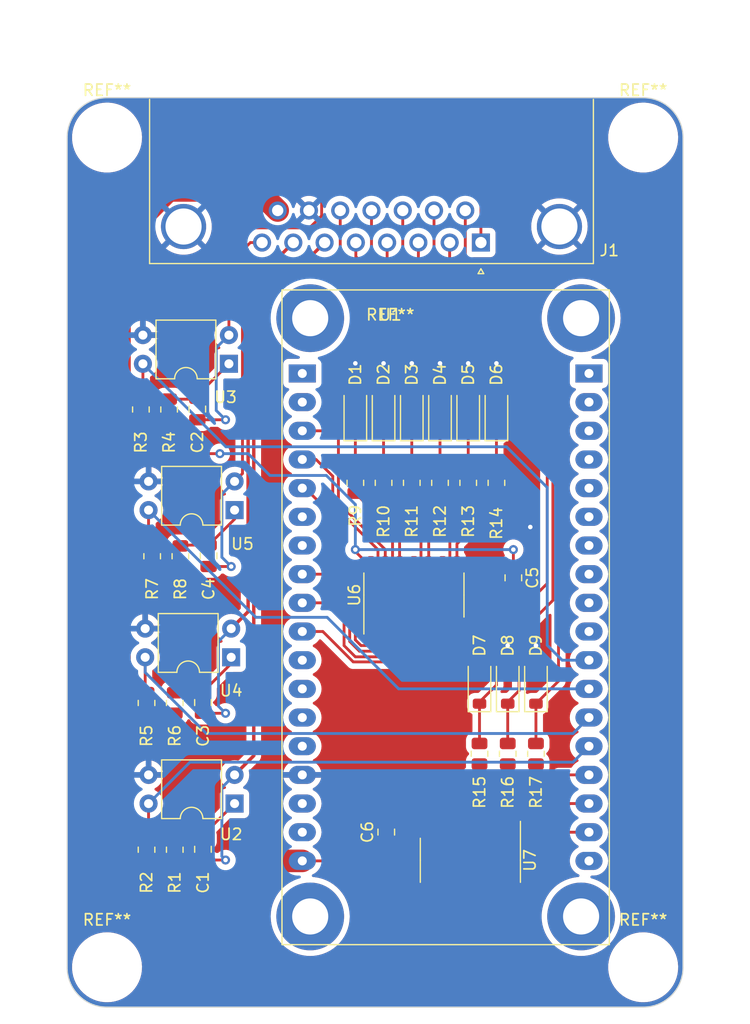
<source format=kicad_pcb>
(kicad_pcb (version 20221018) (generator pcbnew)
  (layers (0 "F.Cu" signal) (31 "B.Cu" signal) (34 "B.Paste" user) (35 "F.Paste" user) (36 "B.SilkS" user "B.Silkscreen") (37 "F.SilkS" user "F.Silkscreen") (38 "B.Mask" user) (39 "F.Mask" user) (44 "Edge.Cuts" user))
  (net 0 "")
  (net 1 "Net-(C1-Pad1)")
  (net 2 "Z_LIMIT")
  (net 3 "Net-(C2-Pad1)")
  (net 4 "TOOL_SENSE")
  (net 5 "Net-(C3-Pad1)")
  (net 6 "Y_LIMIT")
  (net 7 "Net-(C4-Pad1)")
  (net 8 "X_LIMIT")
  (net 9 "+5V")
  (net 10 "GND")
  (net 11 "SPINDLE_M")
  (net 12 "SPINDLE_H")
  (net 13 "SPINDLE_L")
  (net 14 "X_PULSE")
  (net 15 "Z_DIR")
  (net 16 "Y_PULSE")
  (net 17 "Y_DIR")
  (net 18 "Z_PULSE")
  (net 19 "X_DIR")
  (net 20 "G_Z_LIMIT")
  (net 21 "G_TOOL_SENSE")
  (net 22 "G_Y_LIMIT")
  (net 23 "G_X_LIMIT")
  (net 24 "Net-(R9-Pad1)")
  (net 25 "Net-(R10-Pad1)")
  (net 26 "Net-(R11-Pad1)")
  (net 27 "Net-(R12-Pad1)")
  (net 28 "Net-(R13-Pad1)")
  (net 29 "Net-(R14-Pad1)")
  (net 30 "Net-(R15-Pad1)")
  (net 31 "Net-(R16-Pad1)")
  (net 32 "Net-(R17-Pad1)")
  (net 33 "G_SPINDLE_M")
  (net 34 "G_SPINDLE_H")
  (net 35 "G_SPINDLE_L")
  (net 36 "G_X_PULSE")
  (net 37 "G_Z_DIR")
  (net 38 "G_Y_PULSE")
  (net 39 "G_Y_DIR")
  (net 40 "G_Z_PULSE")
  (net 41 "G_X_DIR")
  (footprint "Resistor_SMD:R_0805_2012Metric" (layer "F.Cu") (at 104 69.0875 90)
    (fp_text reference "R12")
    (fp_text value "22R")
  )
  (footprint "Package_DIP:DIP-4_W7.62mm" (layer "F.Cu") (at 85.3 58.54 180)
    (fp_text reference "U3")
    (fp_text value "EL817")
  )
  (footprint "Diode_SMD:D_SOD-123" (layer "F.Cu") (at 96.5 63 90)
    (fp_text reference "D1")
    (fp_text value "DNI")
  )
  (footprint "Package_DIP:DIP-4_W7.62mm" (layer "F.Cu") (at 85.5 84.54 180)
    (fp_text reference "U4")
    (fp_text value "EL817")
  )
  (footprint "Capacitor_SMD:C_0805_2012Metric" (layer "F.Cu") (at 83.5 75.55 -90)
    (fp_text reference "C4")
    (fp_text value "100nf")
  )
  (footprint "custom_mount:MountingHole_3.2mm_M3" (layer "F.Cu") (at 74.5 112)
    (fp_text reference "REF**")
    (fp_text value "MountingHole_3.2mm_M3")
  )
  (footprint "Diode_SMD:D_SOD-123" (layer "F.Cu") (at 106.5 63 90)
    (fp_text reference "D5")
    (fp_text value "BZT52C6V8")
  )
  (footprint "Diode_SMD:D_SOD-123" (layer "F.Cu") (at 110 87 90)
    (fp_text reference "D8")
    (fp_text value "BZT52C6V8")
  )
  (footprint "Resistor_SMD:R_0805_2012Metric" (layer "F.Cu") (at 78.5 75.5875 90)
    (fp_text reference "R7")
    (fp_text value "1K")
  )
  (footprint "Diode_SMD:D_SOD-123" (layer "F.Cu") (at 99 63 90)
    (fp_text reference "D2")
    (fp_text value "DNI")
  )
  (footprint "Resistor_SMD:R_0805_2012Metric" (layer "F.Cu") (at 109 69.0875 90)
    (fp_text reference "R14")
    (fp_text value "22R")
  )
  (footprint "Resistor_SMD:R_0805_2012Metric" (layer "F.Cu") (at 80 62.5875 90)
    (fp_text reference "R4")
    (fp_text value "330R")
  )
  (footprint "Package_DIP:DIP-4_W7.62mm" (layer "F.Cu") (at 85.8 97.5 180)
    (fp_text reference "U2")
    (fp_text value "EL817")
  )
  (footprint "Capacitor_SMD:C_0805_2012Metric" (layer "F.Cu") (at 83 88.55 -90)
    (fp_text reference "C3")
    (fp_text value "100nf")
  )
  (footprint "Resistor_SMD:R_0805_2012Metric" (layer "F.Cu") (at 99 69.0875 90)
    (fp_text reference "R10")
    (fp_text value "22R")
  )
  (footprint "Resistor_SMD:R_0805_2012Metric" (layer "F.Cu") (at 101.5 69.0875 90)
    (fp_text reference "R11")
    (fp_text value "22R")
  )
  (footprint "Diode_SMD:D_SOD-123" (layer "F.Cu") (at 107.5 87 90)
    (fp_text reference "D7")
    (fp_text value "BZT52C6V8")
  )
  (footprint "custom_mount:MountingHole_3.2mm_M3" (layer "F.Cu") (at 122 112)
    (fp_text reference "REF**")
    (fp_text value "MountingHole_3.2mm_M3")
  )
  (footprint "Diode_SMD:D_SOD-123" (layer "F.Cu") (at 104 63 90)
    (fp_text reference "D4")
    (fp_text value "BZT52C6V8")
  )
  (footprint "Resistor_SMD:R_0805_2012Metric" (layer "F.Cu") (at 107.5 93.0875 90)
    (fp_text reference "R15")
    (fp_text value "22R")
  )
  (footprint "Resistor_SMD:R_0805_2012Metric" (layer "F.Cu") (at 80.5 88.5875 90)
    (fp_text reference "R6")
    (fp_text value "330R")
  )
  (footprint "Resistor_SMD:R_0805_2012Metric" (layer "F.Cu") (at 112.5 93.0875 90)
    (fp_text reference "R17")
    (fp_text value "22R")
  )
  (footprint "Resistor_SMD:R_0805_2012Metric" (layer "F.Cu") (at 78 88.5875 90)
    (fp_text reference "R5")
    (fp_text value "1K")
  )
  (footprint "Package_SO:SOIC-14_3.9x8.7mm_P1.27mm" (layer "F.Cu") (at 106.69 102.525 -90)
    (fp_text reference "U7")
    (fp_text value "74LS07")
  )
  (footprint "Diode_SMD:D_SOD-123" (layer "F.Cu") (at 112.5 87 90)
    (fp_text reference "D9")
    (fp_text value "BZT52C6V8")
  )
  (footprint "Resistor_SMD:R_0805_2012Metric" (layer "F.Cu") (at 110 93.0875 90)
    (fp_text reference "R16")
    (fp_text value "22R")
  )
  (footprint "Diode_SMD:D_SOD-123" (layer "F.Cu") (at 101.5 63 90)
    (fp_text reference "D3")
    (fp_text value "DNI")
  )
  (footprint "Capacitor_SMD:C_0805_2012Metric" (layer "F.Cu") (at 82.5 62.55 -90)
    (fp_text reference "C2")
    (fp_text value "100nf")
  )
  (footprint "Connector_Dsub:DSUB-15_Male_Horizontal_P2.77x2.84mm_EdgePinOffset9.90mm_Housed_MountingHolesOffset11.32mm" (layer "F.Cu") (at 107.625 47.800331 180)
    (fp_text reference "J1")
    (fp_text value "DA15_Plug_MountingHoles")
  )
  (footprint "Resistor_SMD:R_0805_2012Metric" (layer "F.Cu") (at 77.5 62.5875 90)
    (fp_text reference "R3")
    (fp_text value "1K")
  )
  (footprint "Resistor_SMD:R_0805_2012Metric" (layer "F.Cu") (at 80.5 101.5875 90)
    (fp_text reference "R1")
    (fp_text value "330R")
  )
  (footprint "Package_SO:SOIC-14_3.9x8.7mm_P1.27mm" (layer "F.Cu") (at 101.69 79.025 90)
    (fp_text reference "U6")
    (fp_text value "74LS07")
  )
  (footprint "Resistor_SMD:R_0805_2012Metric" (layer "F.Cu") (at 106.5 69.0875 90)
    (fp_text reference "R13")
    (fp_text value "22R")
  )
  (footprint "Package_DIP:DIP-4_W7.62mm" (layer "F.Cu") (at 85.8 71.5 180)
    (fp_text reference "U5")
    (fp_text value "EL817")
  )
  (footprint "Resistor_SMD:R_0805_2012Metric" (layer "F.Cu") (at 96.5 69.0875 90)
    (fp_text reference "R9")
    (fp_text value "22R")
  )
  (footprint "custom_mount:MountingHole_3.2mm_M3" (layer "F.Cu") (at 122 38.5)
    (fp_text reference "REF**")
    (fp_text value "MountingHole_3.2mm_M3")
  )
  (footprint "Diode_SMD:D_SOD-123" (layer "F.Cu") (at 109 63 90)
    (fp_text reference "D6")
    (fp_text value "BZT52C6V8")
  )
  (footprint "custom_module:firebeetle_esp32" (layer "F.Cu") (at 91.8 59.39741)
    (fp_text reference "U1")
    (fp_text value "firebeetle_esp32")
  )
  (footprint "Capacitor_SMD:C_0805_2012Metric" (layer "F.Cu") (at 83 101.55 -90)
    (fp_text reference "C1")
    (fp_text value "100nf")
  )
  (footprint "Capacitor_SMD:C_0805_2012Metric" (layer "F.Cu") (at 110.5 77.5 -90)
    (fp_text reference "C5")
    (fp_text value "100nf")
  )
  (footprint "Resistor_SMD:R_0805_2012Metric" (layer "F.Cu") (at 78 101.5875 90)
    (fp_text reference "R2")
    (fp_text value "1K")
  )
  (footprint "custom_mount:MountingHole_3.2mm_M3" (layer "F.Cu") (at 74.5 38.5)
    (fp_text reference "REF**")
    (fp_text value "MountingHole_3.2mm_M3")
  )
  (footprint "Resistor_SMD:R_0805_2012Metric" (layer "F.Cu") (at 81 75.5875 90)
    (fp_text reference "R8")
    (fp_text value "330R")
  )
  (footprint "Capacitor_SMD:C_0805_2012Metric" (layer "F.Cu") (at 99.24 100.025 90)
    (fp_text reference "C6")
    (fp_text value "100nf")
  )
  (gr_line (start 70.964467 38.5) (end 70.964467 112) (stroke (width 0.1)) (layer "Edge.Cuts"))
  (gr_line (start 122 34.964467) (end 74.5 34.964467) (stroke (width 0.1)) (layer "Edge.Cuts"))
  (gr_arc (start 125.535533 112) (mid 124.499999 114.499999) (end 122 115.535533) (stroke (width 0.1)) (layer "Edge.Cuts"))
  (gr_line (start 74.5 115.535533) (end 122 115.535533) (stroke (width 0.1)) (layer "Edge.Cuts"))
  (gr_arc (start 74.5 115.535533) (mid 72.000001 114.499999) (end 70.964467 112) (stroke (width 0.1)) (layer "Edge.Cuts"))
  (gr_arc (start 70.964467 38.5) (mid 72.000001 36.000001) (end 74.5 34.964467) (stroke (width 0.1)) (layer "Edge.Cuts"))
  (gr_line (start 125.535533 112) (end 125.535533 38.5) (stroke (width 0.1)) (layer "Edge.Cuts"))
  (gr_arc (start 122 34.964467) (mid 124.499999 36.000001) (end 125.535533 38.5) (stroke (width 0.1)) (layer "Edge.Cuts"))
  (segment (start 80.5 100.675) (end 82.925 100.675) (width 0.25) (layer "F.Cu") (net 1))
  (segment (start 83 100.6) (end 83 100.3) (width 0.25) (layer "F.Cu") (net 1))
  (segment (start 82.925 100.675) (end 83 100.6) (width 0.25) (layer "F.Cu") (net 1))
  (segment (start 83 100.3) (end 85.8 97.5) (width 0.25) (layer "F.Cu") (net 1))
  (segment (start 87.5 61.5) (end 87.5 93.26) (width 0.3) (layer "F.Cu") (net 2))
  (segment (start 93.775 47.800331) (end 88.567665 53.007665) (width 0.3) (layer "F.Cu") (net 2))
  (segment (start 87.5 61.5) (end 87.5 60.96) (width 0.3) (layer "F.Cu") (net 2))
  (segment (start 87.5 93.26) (end 85.8 94.96) (width 0.3) (layer "F.Cu") (net 2))
  (segment (start 87.5 60.96) (end 88.567665 59.892335) (width 0.3) (layer "F.Cu") (net 2))
  (segment (start 85 102.5) (end 83 102.5) (width 0.25) (layer "F.Cu") (net 2))
  (segment (start 88.567665 59.892335) (end 88.567665 53.007665) (width 0.3) (layer "F.Cu") (net 2))
  (via (at 85 102.5) (size 0.8) (drill 0.4) (layers "F.Cu" "B.Cu") (net 2))
  (segment (start 84.675 96.085) (end 84.675 102.175) (width 0.25) (layer "B.Cu") (net 2))
  (segment (start 84.675 102.175) (end 85 102.5) (width 0.25) (layer "B.Cu") (net 2))
  (segment (start 85.8 94.96) (end 84.675 96.085) (width 0.25) (layer "B.Cu") (net 2))
  (segment (start 82.5 61.6) (end 82.5 61.34) (width 0.25) (layer "F.Cu") (net 3))
  (segment (start 82.425 61.675) (end 82.5 61.6) (width 0.25) (layer "F.Cu") (net 3))
  (segment (start 80 61.675) (end 82.425 61.675) (width 0.25) (layer "F.Cu") (net 3))
  (segment (start 82.5 61.34) (end 85.3 58.54) (width 0.25) (layer "F.Cu") (net 3))
  (segment (start 92.441322 46.5) (end 87 46.5) (width 0.25) (layer "F.Cu") (net 4))
  (segment (start 85.3 54.3) (end 85.3 56) (width 0.25) (layer "F.Cu") (net 4))
  (segment (start 87 46.5) (end 85 48.5) (width 0.25) (layer "F.Cu") (net 4))
  (segment (start 85 54) (end 85.3 54.3) (width 0.25) (layer "F.Cu") (net 4))
  (segment (start 85 48.5) (end 85 54) (width 0.25) (layer "F.Cu") (net 4))
  (segment (start 85 63.5) (end 82.5 63.5) (width 0.25) (layer "F.Cu") (net 4))
  (segment (start 93.515 43.985) (end 93.515 45.426322) (width 0.25) (layer "F.Cu") (net 4))
  (segment (start 107.625 47.800331) (end 107.625 43.625) (width 0.25) (layer "F.Cu") (net 4))
  (segment (start 107.625 43.625) (end 106.5 42.5) (width 0.25) (layer "F.Cu") (net 4))
  (segment (start 95 42.5) (end 93.515 43.985) (width 0.25) (layer "F.Cu") (net 4))
  (segment (start 106.5 42.5) (end 95 42.5) (width 0.25) (layer "F.Cu") (net 4))
  (segment (start 93.515 45.426322) (end 92.441322 46.5) (width 0.25) (layer "F.Cu") (net 4))
  (via (at 85 63.5) (size 0.8) (drill 0.4) (layers "F.Cu" "B.Cu") (net 4))
  (segment (start 85.3 56) (end 84.175 57.125) (width 0.25) (layer "B.Cu") (net 4))
  (segment (start 84.175 57.125) (end 84.175 62.675) (width 0.25) (layer "B.Cu") (net 4))
  (segment (start 84.175 62.675) (end 85 63.5) (width 0.25) (layer "B.Cu") (net 4))
  (segment (start 80.575 87.6) (end 80.5 87.675) (width 0.25) (layer "F.Cu") (net 5))
  (segment (start 85.5 85.1) (end 85.5 84.54) (width 0.25) (layer "F.Cu") (net 5))
  (segment (start 83 87.6) (end 80.575 87.6) (width 0.25) (layer "F.Cu") (net 5))
  (segment (start 83 87.6) (end 85.5 85.1) (width 0.25) (layer "F.Cu") (net 5))
  (segment (start 86.95 80.55) (end 85.5 82) (width 0.25) (layer "F.Cu") (net 6))
  (segment (start 87 60.5) (end 87 80.5) (width 0.3) (layer "F.Cu") (net 6))
  (segment (start 85 89.5) (end 83 89.5) (width 0.25) (layer "F.Cu") (net 6))
  (segment (start 88 59.5) (end 87 60.5) (width 0.3) (layer "F.Cu") (net 6))
  (segment (start 91.005 47.800331) (end 88 50.805331) (width 0.3) (layer "F.Cu") (net 6))
  (segment (start 88 50.805331) (end 88 59.5) (width 0.3) (layer "F.Cu") (net 6))
  (segment (start 87 80.5) (end 86.95 80.55) (width 0.3) (layer "F.Cu") (net 6))
  (segment (start 86.975 80.525) (end 85.5 82) (width 0.3) (layer "F.Cu") (net 6))
  (via (at 85 89.5) (size 0.8) (drill 0.4) (layers "F.Cu" "B.Cu") (net 6))
  (segment (start 84.375 88.875) (end 85 89.5) (width 0.25) (layer "B.Cu") (net 6))
  (segment (start 84.375 83.125) (end 84.375 88.875) (width 0.25) (layer "B.Cu") (net 6))
  (segment (start 85.5 82) (end 84.375 83.125) (width 0.25) (layer "B.Cu") (net 6))
  (segment (start 81.075 74.6) (end 81 74.675) (width 0.25) (layer "F.Cu") (net 7))
  (segment (start 83.5 74.6) (end 81.075 74.6) (width 0.25) (layer "F.Cu") (net 7))
  (segment (start 85.8 72.3) (end 85.8 71.5) (width 0.25) (layer "F.Cu") (net 7))
  (segment (start 83.5 74.6) (end 85.8 72.3) (width 0.25) (layer "F.Cu") (net 7))
  (segment (start 85.5 76.5) (end 83.5 76.5) (width 0.25) (layer "F.Cu") (net 8))
  (segment (start 86 49) (end 86 52.5) (width 0.25) (layer "F.Cu") (net 8))
  (segment (start 86 52.5) (end 86.5 53) (width 0.25) (layer "F.Cu") (net 8))
  (segment (start 88.235 47.800331) (end 87.199669 47.800331) (width 0.25) (layer "F.Cu") (net 8))
  (segment (start 87.199669 47.800331) (end 86 49) (width 0.25) (layer "F.Cu") (net 8))
  (segment (start 86.5 68.26) (end 85.8 68.96) (width 0.25) (layer "F.Cu") (net 8))
  (segment (start 86.5 53) (end 86.5 68.26) (width 0.25) (layer "F.Cu") (net 8))
  (via (at 85.5 76.5) (size 0.8) (drill 0.4) (layers "F.Cu" "B.Cu") (net 8))
  (segment (start 84.675 75.675) (end 85.5 76.5) (width 0.25) (layer "B.Cu") (net 8))
  (segment (start 85.8 68.96) (end 84.675 70.085) (width 0.25) (layer "B.Cu") (net 8))
  (segment (start 84.675 70.085) (end 84.675 75.675) (width 0.25) (layer "B.Cu") (net 8))
  (segment (start 110.5 103.5) (end 110 103) (width 0.25) (layer "F.Cu") (net 9))
  (segment (start 78 102.5) (end 75.6 102.5) (width 0.3) (layer "F.Cu") (net 9))
  (segment (start 77.5 63.5) (end 75.6 63.5) (width 0.3) (layer "F.Cu") (net 9))
  (segment (start 110 103) (end 101.265 103) (width 0.25) (layer "F.Cu") (net 9))
  (segment (start 87.92259 102.57741) (end 91.8 102.57741) (width 2) (layer "F.Cu") (net 9))
  (segment (start 75.6 47.534847) (end 75.6 63.5) (width 2) (layer "F.Cu") (net 9))
  (segment (start 77.5 63.5) (end 80 63.5) (width 0.25) (layer "F.Cu") (net 9))
  (segment (start 75.6 103.54) (end 78.74 106.68) (width 2) (layer "F.Cu") (net 9))
  (segment (start 78.5 76.5) (end 81 76.5) (width 0.25) (layer "F.Cu") (net 9))
  (segment (start 83.82 106.68) (end 87.92259 102.57741) (width 2) (layer "F.Cu") (net 9))
  (segment (start 83 66.5) (end 84.5 66.5) (width 0.25) (layer "F.Cu") (net 9))
  (segment (start 78.74 106.68) (end 83.82 106.68) (width 2) (layer "F.Cu") (net 9))
  (segment (start 80.5 102.5) (end 78 102.5) (width 0.3) (layer "F.Cu") (net 9))
  (segment (start 79.954516 43.180331) (end 75.6 47.534847) (width 2) (layer "F.Cu") (net 9))
  (segment (start 75.6 89.5) (end 75.6 102.5) (width 2) (layer "F.Cu") (net 9))
  (segment (start 78 89.5) (end 80.5 89.5) (width 0.25) (layer "F.Cu") (net 9))
  (segment (start 78 89.5) (end 75.6 89.5) (width 0.3) (layer "F.Cu") (net 9))
  (segment (start 75.6 76.5) (end 75.6 89.5) (width 2) (layer "F.Cu") (net 9))
  (segment (start 89.62 44.960331) (end 87.84 43.180331) (width 2) (layer "F.Cu") (net 9))
  (segment (start 101.265 103) (end 99.24 100.975) (width 0.25) (layer "F.Cu") (net 9))
  (segment (start 99.24 100.975) (end 97.63759 102.57741) (width 0.25) (layer "F.Cu") (net 9))
  (segment (start 80 63.5) (end 83 66.5) (width 0.25) (layer "F.Cu") (net 9))
  (segment (start 96.5 75.17) (end 97.88 76.55) (width 0.25) (layer "F.Cu") (net 9))
  (segment (start 75.6 102.5) (end 75.6 103.54) (width 2) (layer "F.Cu") (net 9))
  (segment (start 78.5 76.5) (end 75.6 76.5) (width 0.3) (layer "F.Cu") (net 9))
  (segment (start 110.5 105) (end 110.5 103.5) (width 0.25) (layer "F.Cu") (net 9))
  (segment (start 96.5 75) (end 96.5 75.17) (width 0.25) (layer "F.Cu") (net 9))
  (segment (start 87.84 43.180331) (end 79.954516 43.180331) (width 2) (layer "F.Cu") (net 9))
  (segment (start 75.6 63.5) (end 75.6 76.5) (width 2) (layer "F.Cu") (net 9))
  (segment (start 97.63759 102.57741) (end 91.8 102.57741) (width 0.25) (layer "F.Cu") (net 9))
  (segment (start 110.5 75) (end 110.5 76.55) (width 0.25) (layer "F.Cu") (net 9))
  (via (at 96.5 75) (size 0.8) (drill 0.4) (layers "F.Cu" "B.Cu") (net 9))
  (via (at 84.5 66.5) (size 0.8) (drill 0.4) (layers "F.Cu" "B.Cu") (net 9))
  (via (at 110.5 75) (size 0.8) (drill 0.4) (layers "F.Cu" "B.Cu") (net 9))
  (segment (start 96.5 71) (end 96.5 75) (width 0.25) (layer "B.Cu") (net 9))
  (segment (start 84.5 66.5) (end 87 66.5) (width 0.25) (layer "B.Cu") (net 9))
  (segment (start 96.5 75) (end 110.5 75) (width 0.25) (layer "B.Cu") (net 9))
  (segment (start 93.93241 68.43241) (end 96.5 71) (width 0.25) (layer "B.Cu") (net 9))
  (segment (start 87 66.5) (end 88.93241 68.43241) (width 0.25) (layer "B.Cu") (net 9))
  (segment (start 88.93241 68.43241) (end 93.93241 68.43241) (width 0.25) (layer "B.Cu") (net 9))
  (segment (start 110 85.35) (end 110 83.5) (width 0.25) (layer "F.Cu") (net 10))
  (segment (start 109 61.35) (end 109 58.5) (width 0.3) (layer "F.Cu") (net 10))
  (segment (start 96.5 61.35) (end 96.5 58.5) (width 0.25) (layer "F.Cu") (net 10))
  (segment (start 101.5 61.35) (end 101.5 58.5) (width 0.25) (layer "F.Cu") (net 10))
  (segment (start 112 78) (end 112 73) (width 0.3) (layer "F.Cu") (net 10))
  (segment (start 110.5 78.45) (end 111.55 78.45) (width 0.3) (layer "F.Cu") (net 10))
  (segment (start 106.5 61.35) (end 106.5 58.5) (width 0.25) (layer "F.Cu") (net 10))
  (segment (start 99 61.35) (end 99 58.5) (width 0.25) (layer "F.Cu") (net 10))
  (segment (start 112.5 85.35) (end 112.5 83.5) (width 0.25) (layer "F.Cu") (net 10))
  (segment (start 104 61.35) (end 104 58.5) (width 0.25) (layer "F.Cu") (net 10))
  (segment (start 111.55 78.45) (end 112 78) (width 0.3) (layer "F.Cu") (net 10))
  (via (at 106.5 58.5) (size 0.8) (drill 0.4) (layers "F.Cu" "B.Cu") (net 10))
  (via (at 96.5 58.5) (size 0.8) (drill 0.4) (layers "F.Cu" "B.Cu") (net 10))
  (via (at 110 83.5) (size 0.8) (drill 0.4) (layers "F.Cu" "B.Cu") (net 10))
  (via (at 101.5 58.5) (size 0.8) (drill 0.4) (layers "F.Cu" "B.Cu") (net 10))
  (via (at 99 58.5) (size 0.8) (drill 0.4) (layers "F.Cu" "B.Cu") (net 10))
  (via (at 112.5 83.5) (size 0.8) (drill 0.4) (layers "F.Cu" "B.Cu") (net 10))
  (via (at 104 58.5) (size 0.8) (drill 0.4) (layers "F.Cu" "B.Cu") (net 10))
  (via (at 112 73) (size 0.8) (drill 0.4) (layers "F.Cu" "B.Cu") (net 10))
  (via (at 109 58.5) (size 0.8) (drill 0.4) (layers "F.Cu" "B.Cu") (net 10))
  (segment (start 95 63.15) (end 96.5 64.65) (width 0.25) (layer "F.Cu") (net 11))
  (segment (start 97 51.5) (end 97 55.5) (width 0.25) (layer "F.Cu") (net 11))
  (segment (start 96.5 64.65) (end 96.5 68.175) (width 0.25) (layer "F.Cu") (net 11))
  (segment (start 97 55.5) (end 95 57.5) (width 0.25) (layer "F.Cu") (net 11))
  (segment (start 95.16 49.66) (end 97 51.5) (width 0.25) (layer "F.Cu") (net 11))
  (segment (start 95 57.5) (end 95 63.15) (width 0.25) (layer "F.Cu") (net 11))
  (segment (start 95.16 44.960331) (end 95.16 49.66) (width 0.25) (layer "F.Cu") (net 11))
  (segment (start 96.545 49.045) (end 98 50.5) (width 0.25) (layer "F.Cu") (net 12))
  (segment (start 98 63.65) (end 99 64.65) (width 0.25) (layer "F.Cu") (net 12))
  (segment (start 98 50.5) (end 98 63.65) (width 0.25) (layer "F.Cu") (net 12))
  (segment (start 99 64.65) (end 99 68.175) (width 0.25) (layer "F.Cu") (net 12))
  (segment (start 96.545 47.800331) (end 96.545 49.045) (width 0.25) (layer "F.Cu") (net 12))
  (segment (start 100.5 63.65) (end 101.5 64.65) (width 0.25) (layer "F.Cu") (net 13))
  (segment (start 97.93 44.960331) (end 97.93 48.93) (width 0.25) (layer "F.Cu") (net 13))
  (segment (start 101.5 64.65) (end 101.5 68.175) (width 0.25) (layer "F.Cu") (net 13))
  (segment (start 100.5 51.5) (end 100.5 63.65) (width 0.25) (layer "F.Cu") (net 13))
  (segment (start 97.93 48.93) (end 100.5 51.5) (width 0.25) (layer "F.Cu") (net 13))
  (segment (start 99.315 49.315) (end 103 53) (width 0.25) (layer "F.Cu") (net 14))
  (segment (start 103 53) (end 103 63.65) (width 0.25) (layer "F.Cu") (net 14))
  (segment (start 104 64.65) (end 104 68.175) (width 0.25) (layer "F.Cu") (net 14))
  (segment (start 103 63.65) (end 104 64.65) (width 0.25) (layer "F.Cu") (net 14))
  (segment (start 99.315 47.800331) (end 99.315 49.315) (width 0.25) (layer "F.Cu") (net 14))
  (segment (start 105 63.15) (end 106.5 64.65) (width 0.25) (layer "F.Cu") (net 15))
  (segment (start 106.5 64.65) (end 106.5 68.175) (width 0.25) (layer "F.Cu") (net 15))
  (segment (start 105 54) (end 105 63.15) (width 0.25) (layer "F.Cu") (net 15))
  (segment (start 100.7 44.960331) (end 100.7 49.7) (width 0.25) (layer "F.Cu") (net 15))
  (segment (start 100.7 49.7) (end 105 54) (width 0.25) (layer "F.Cu") (net 15))
  (segment (start 107.5 63.15) (end 109 64.65) (width 0.25) (layer "F.Cu") (net 16))
  (segment (start 109 64.65) (end 109 68.175) (width 0.25) (layer "F.Cu") (net 16))
  (segment (start 107.5 55.5) (end 107.5 63.15) (width 0.25) (layer "F.Cu") (net 16))
  (segment (start 102.085 47.800331) (end 102.085 50.085) (width 0.25) (layer "F.Cu") (net 16))
  (segment (start 102.085 50.085) (end 107.5 55.5) (width 0.25) (layer "F.Cu") (net 16))
  (segment (start 103.47 44.960331) (end 103.47 50.47) (width 0.25) (layer "F.Cu") (net 17))
  (segment (start 107.5 88.5) (end 107.5 88.65) (width 0.25) (layer "F.Cu") (net 17))
  (segment (start 113.5 78) (end 109 82.5) (width 0.25) (layer "F.Cu") (net 17))
  (segment (start 109 87) (end 107.5 88.5) (width 0.25) (layer "F.Cu") (net 17))
  (segment (start 103.47 50.47) (end 113.5 60.5) (width 0.25) (layer "F.Cu") (net 17))
  (segment (start 109 82.5) (end 109 87) (width 0.25) (layer "F.Cu") (net 17))
  (segment (start 107.5 88.65) (end 107.5 92.175) (width 0.25) (layer "F.Cu") (net 17))
  (segment (start 113.5 60.5) (end 113.5 78) (width 0.25) (layer "F.Cu") (net 17))
  (segment (start 110 88.65) (end 110 92.175) (width 0.25) (layer "F.Cu") (net 18))
  (segment (start 111 87.5) (end 110 88.5) (width 0.25) (layer "F.Cu") (net 18))
  (segment (start 111 82.5) (end 111 87.5) (width 0.25) (layer "F.Cu") (net 18))
  (segment (start 104.855 50.855) (end 114 60) (width 0.25) (layer "F.Cu") (net 18))
  (segment (start 104.855 47.800331) (end 104.855 50.855) (width 0.25) (layer "F.Cu") (net 18))
  (segment (start 110 88.5) (end 110 88.65) (width 0.25) (layer "F.Cu") (net 18))
  (segment (start 114 60) (end 114 79.5) (width 0.25) (layer "F.Cu") (net 18))
  (segment (start 114 79.5) (end 111 82.5) (width 0.25) (layer "F.Cu") (net 18))
  (segment (start 114.5 86.65) (end 112.5 88.65) (width 0.25) (layer "F.Cu") (net 19))
  (segment (start 112.5 88.65) (end 112.5 92.175) (width 0.25) (layer "F.Cu") (net 19))
  (segment (start 106.24 51.24) (end 114.5 59.5) (width 0.25) (layer "F.Cu") (net 19))
  (segment (start 114.5 59.5) (end 114.5 86.65) (width 0.25) (layer "F.Cu") (net 19))
  (segment (start 106.24 44.960331) (end 106.24 51.24) (width 0.25) (layer "F.Cu") (net 19))
  (segment (start 78.18 100.495) (end 78.18 97.5) (width 0.25) (layer "F.Cu") (net 20))
  (segment (start 78 100.675) (end 78.18 100.495) (width 0.25) (layer "F.Cu") (net 20))
  (segment (start 81.84759 93.83241) (end 115.785 93.83241) (width 0.25) (layer "B.Cu") (net 20))
  (segment (start 115.785 93.83241) (end 117.2 92.41741) (width 0.25) (layer "B.Cu") (net 20))
  (segment (start 78.18 97.5) (end 81.84759 93.83241) (width 0.25) (layer "B.Cu") (net 20))
  (segment (start 77.68 58.54) (end 77.68 61.495) (width 0.25) (layer "F.Cu") (net 21))
  (segment (start 77.68 61.495) (end 77.5 61.675) (width 0.25) (layer "F.Cu") (net 21))
  (segment (start 85.03241 65.89241) (end 109.89241 65.89241) (width 0.25) (layer "B.Cu") (net 21))
  (segment (start 113.5 69.5) (end 113.5 83.474696) (width 0.25) (layer "B.Cu") (net 21))
  (segment (start 109.89241 65.89241) (end 113.5 69.5) (width 0.25) (layer "B.Cu") (net 21))
  (segment (start 113.5 83.474696) (end 114.822714 84.79741) (width 0.25) (layer "B.Cu") (net 21))
  (segment (start 77.68 58.54) (end 85.03241 65.89241) (width 0.25) (layer "B.Cu") (net 21))
  (segment (start 114.822714 84.79741) (end 117.2 84.79741) (width 0.25) (layer "B.Cu") (net 21))
  (segment (start 77.88 87.555) (end 77.88 84.54) (width 0.25) (layer "F.Cu") (net 22))
  (segment (start 78 87.675) (end 77.88 87.555) (width 0.25) (layer "F.Cu") (net 22))
  (segment (start 83.29241 91.29241) (end 77.88 85.88) (width 0.25) (layer "B.Cu") (net 22))
  (segment (start 77.88 85.88) (end 77.88 84.54) (width 0.25) (layer "B.Cu") (net 22))
  (segment (start 115.785 91.29241) (end 83.29241 91.29241) (width 0.25) (layer "B.Cu") (net 22))
  (segment (start 117.2 89.87741) (end 115.785 91.29241) (width 0.25) (layer "B.Cu") (net 22))
  (segment (start 78.18 74.355) (end 78.5 74.675) (width 0.25) (layer "F.Cu") (net 23))
  (segment (start 78.18 71.5) (end 78.18 74.355) (width 0.25) (layer "F.Cu") (net 23))
  (segment (start 94 81) (end 87.68 81) (width 0.25) (layer "B.Cu") (net 23))
  (segment (start 100.33741 87.33741) (end 94 81) (width 0.25) (layer "B.Cu") (net 23))
  (segment (start 117.2 87.33741) (end 100.33741 87.33741) (width 0.25) (layer "B.Cu") (net 23))
  (segment (start 87.68 81) (end 78.18 71.5) (width 0.25) (layer "B.Cu") (net 23))
  (segment (start 99.795 78.705) (end 99.795 73.295) (width 0.25) (layer "F.Cu") (net 24))
  (segment (start 99.795 73.295) (end 96.5 70) (width 0.25) (layer "F.Cu") (net 24))
  (segment (start 99.15 81.5) (end 99.15 79.35) (width 0.25) (layer "F.Cu") (net 24))
  (segment (start 99.15 79.35) (end 99.795 78.705) (width 0.25) (layer "F.Cu") (net 24))
  (segment (start 100.42 71.42) (end 100.42 76.55) (width 0.25) (layer "F.Cu") (net 25))
  (segment (start 99 70) (end 100.42 71.42) (width 0.25) (layer "F.Cu") (net 25))
  (segment (start 101.69 79.31) (end 101.69 81.5) (width 0.25) (layer "F.Cu") (net 26))
  (segment (start 102.315 70.815) (end 102.315 78.685) (width 0.25) (layer "F.Cu") (net 26))
  (segment (start 101.5 70) (end 102.315 70.815) (width 0.25) (layer "F.Cu") (net 26))
  (segment (start 102.315 78.685) (end 101.69 79.31) (width 0.25) (layer "F.Cu") (net 26))
  (segment (start 104 70) (end 104 72.5) (width 0.25) (layer "F.Cu") (net 27))
  (segment (start 104 72.5) (end 103 73.5) (width 0.25) (layer "F.Cu") (net 27))
  (segment (start 103 76.51) (end 102.96 76.55) (width 0.25) (layer "F.Cu") (net 27))
  (segment (start 103 73.5) (end 103 76.51) (width 0.25) (layer "F.Cu") (net 27))
  (segment (start 104.23 79.42) (end 104.875 78.775) (width 0.25) (layer "F.Cu") (net 28))
  (segment (start 104.875 71.625) (end 104.875 78.775) (width 0.25) (layer "F.Cu") (net 28))
  (segment (start 104.23 81.5) (end 104.23 79.42) (width 0.25) (layer "F.Cu") (net 28))
  (segment (start 106.5 70) (end 104.875 71.625) (width 0.25) (layer "F.Cu") (net 28))
  (segment (start 105.5 74.5) (end 105.5 76.55) (width 0.25) (layer "F.Cu") (net 29))
  (segment (start 109 71) (end 109 70) (width 0.25) (layer "F.Cu") (net 29))
  (segment (start 109 71) (end 105.5 74.5) (width 0.25) (layer "F.Cu") (net 29))
  (segment (start 104.15 100.05) (end 104.15 97.35) (width 0.25) (layer "F.Cu") (net 30))
  (segment (start 104.15 97.35) (end 107.5 94) (width 0.25) (layer "F.Cu") (net 30))
  (segment (start 106.69 97.31) (end 106.69 100.05) (width 0.25) (layer "F.Cu") (net 31))
  (segment (start 110 94) (end 106.69 97.31) (width 0.25) (layer "F.Cu") (net 31))
  (segment (start 109.23 97.27) (end 109.23 100.05) (width 0.25) (layer "F.Cu") (net 32))
  (segment (start 112.5 94) (end 109.23 97.27) (width 0.25) (layer "F.Cu") (net 32))
  (segment (start 91.8 67.01741) (end 93.01741 67.01741) (width 0.25) (layer "F.Cu") (net 33))
  (segment (start 98.505 78.495) (end 97.88 79.12) (width 0.25) (layer "F.Cu") (net 33))
  (segment (start 93.01741 67.01741) (end 94.5 68.5) (width 0.25) (layer "F.Cu") (net 33))
  (segment (start 94.5 71) (end 98.505 75.005) (width 0.25) (layer "F.Cu") (net 33))
  (segment (start 98.505 75.005) (end 98.505 78.495) (width 0.25) (layer "F.Cu") (net 33))
  (segment (start 94.5 68.5) (end 94.5 71) (width 0.25) (layer "F.Cu") (net 33))
  (segment (start 97.88 79.12) (end 97.88 81.5) (width 0.25) (layer "F.Cu") (net 33))
  (segment (start 95 65) (end 95 70.85) (width 0.25) (layer "F.Cu") (net 34))
  (segment (start 95 70.85) (end 99.15 75) (width 0.25) (layer "F.Cu") (net 34))
  (segment (start 99.15 75) (end 99.15 76.55) (width 0.25) (layer "F.Cu") (net 34))
  (segment (start 94.47741 64.47741) (end 95 65) (width 0.25) (layer "F.Cu") (net 34))
  (segment (start 91.8 64.47741) (end 94.47741 64.47741) (width 0.25) (layer "F.Cu") (net 34))
  (segment (start 95 72.5) (end 95 76) (width 0.25) (layer "F.Cu") (net 35))
  (segment (start 92.05741 69.55741) (end 95 72.5) (width 0.25) (layer "F.Cu") (net 35))
  (segment (start 100.42 83.08) (end 100.42 81.5) (width 0.25) (layer "F.Cu") (net 35))
  (segment (start 95 76) (end 96.5 77.5) (width 0.25) (layer "F.Cu") (net 35))
  (segment (start 97 83.5) (end 100 83.5) (width 0.25) (layer "F.Cu") (net 35))
  (segment (start 96.5 77.5) (end 96.5 83) (width 0.25) (layer "F.Cu") (net 35))
  (segment (start 91.8 69.55741) (end 92.05741 69.55741) (width 0.25) (layer "F.Cu") (net 35))
  (segment (start 100 83.5) (end 100.42 83.08) (width 0.25) (layer "F.Cu") (net 35))
  (segment (start 96.5 83) (end 97 83.5) (width 0.25) (layer "F.Cu") (net 35))
  (segment (start 101.045 83.091396) (end 101.045 79.318604) (width 0.25) (layer "F.Cu") (net 36))
  (segment (start 96.863604 84) (end 100.136396 84) (width 0.25) (layer "F.Cu") (net 36))
  (segment (start 101.69 78.673604) (end 101.69 76.55) (width 0.25) (layer "F.Cu") (net 36))
  (segment (start 96 78) (end 96 83.136396) (width 0.25) (layer "F.Cu") (net 36))
  (segment (start 100.136396 84) (end 101.045 83.091396) (width 0.25) (layer "F.Cu") (net 36))
  (segment (start 95.17741 77.17741) (end 96 78) (width 0.25) (layer "F.Cu") (net 36))
  (segment (start 96 83.136396) (end 96.863604 84) (width 0.25) (layer "F.Cu") (net 36))
  (segment (start 91.8 77.17741) (end 95.17741 77.17741) (width 0.25) (layer "F.Cu") (net 36))
  (segment (start 101.045 79.318604) (end 101.69 78.673604) (width 0.25) (layer "F.Cu") (net 36))
  (segment (start 93.621014 82.25741) (end 96.313604 84.95) (width 0.25) (layer "F.Cu") (net 37))
  (segment (start 103 83.5) (end 103 81.54) (width 0.25) (layer "F.Cu") (net 37))
  (segment (start 101.55 84.95) (end 103 83.5) (width 0.25) (layer "F.Cu") (net 37))
  (segment (start 96.313604 84.95) (end 101.55 84.95) (width 0.25) (layer "F.Cu") (net 37))
  (segment (start 103 81.54) (end 102.96 81.5) (width 0.25) (layer "F.Cu") (net 37))
  (segment (start 91.8 82.25741) (end 93.621014 82.25741) (width 0.25) (layer "F.Cu") (net 37))
  (segment (start 91.8 79.71741) (end 94.71741 79.71741) (width 0.25) (layer "F.Cu") (net 38))
  (segment (start 94.71741 79.71741) (end 95.5 80.5) (width 0.25) (layer "F.Cu") (net 38))
  (segment (start 102.335 79.665) (end 104.23 77.77) (width 0.25) (layer "F.Cu") (net 38))
  (segment (start 96.5 84.5) (end 100.336751 84.5) (width 0.25) (layer "F.Cu") (net 38))
  (segment (start 95.5 83.5) (end 96.5 84.5) (width 0.25) (layer "F.Cu") (net 38))
  (segment (start 100.336751 84.5) (end 102.335 82.501751) (width 0.25) (layer "F.Cu") (net 38))
  (segment (start 102.335 82.501751) (end 102.335 79.665) (width 0.25) (layer "F.Cu") (net 38))
  (segment (start 104.23 77.77) (end 104.23 76.55) (width 0.25) (layer "F.Cu") (net 38))
  (segment (start 95.5 80.5) (end 95.5 83.5) (width 0.25) (layer "F.Cu") (net 38))
  (segment (start 105.42 100.05) (end 105.42 100.426751) (width 0.25) (layer "F.Cu") (net 39))
  (segment (start 107.443249 102.45) (end 111.55 102.45) (width 0.25) (layer "F.Cu") (net 39))
  (segment (start 114.03741 100.03741) (end 117.2 100.03741) (width 0.25) (layer "F.Cu") (net 39))
  (segment (start 105.42 100.426751) (end 107.443249 102.45) (width 0.25) (layer "F.Cu") (net 39))
  (segment (start 111.55 102.45) (end 114 100) (width 0.25) (layer "F.Cu") (net 39))
  (segment (start 114 100) (end 114.03741 100.03741) (width 0.25) (layer "F.Cu") (net 39))
  (segment (start 109 102) (end 111 102) (width 0.25) (layer "F.Cu") (net 40))
  (segment (start 107.96 100.96) (end 109 102) (width 0.25) (layer "F.Cu") (net 40))
  (segment (start 111 102) (end 115.50259 97.49741) (width 0.25) (layer "F.Cu") (net 40))
  (segment (start 107.96 100.05) (end 107.96 100.96) (width 0.25) (layer "F.Cu") (net 40))
  (segment (start 115.50259 97.49741) (end 117.2 97.49741) (width 0.25) (layer "F.Cu") (net 40))
  (segment (start 110.5 100.05) (end 110.5 99) (width 0.25) (layer "F.Cu") (net 41))
  (segment (start 110.5 99) (end 114.54259 94.95741) (width 0.25) (layer "F.Cu") (net 41))
  (segment (start 114.54259 94.95741) (end 117.2 94.95741) (width 0.25) (layer "F.Cu") (net 41))
  (zone (net 10) (net_name "GND") (layer "F.Cu") (priority 1) (connect_pads (clearance 0.5)) (min_thickness 0.25) (fill yes (thermal_gap 0.5) (thermal_bridge_width 0.5))
    (polygon (pts (xy 125.5 35) (xy 71 35) (xy 71 115.5) (xy 125.5 115.5)))
  )
  (zone (net 10) (net_name "GND") (layer "B.Cu") (connect_pads (clearance 0.5)) (min_thickness 0.25) (fill yes (thermal_gap 0.5) (thermal_bridge_width 0.5))
    (polygon (pts (xy 71 115.5) (xy 125.5 115.5) (xy 125.5 35) (xy 71 35)))
  )
)
</source>
